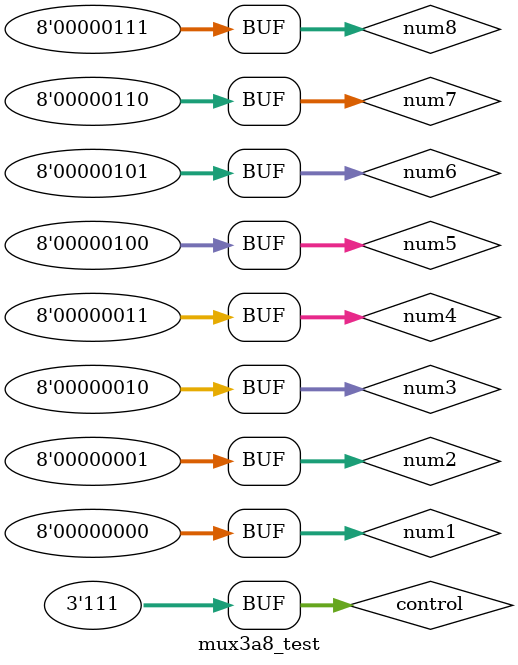
<source format=sv>
module mux3a8_test();
	
	logic[7:0] num1, num2, num3, num4, num5, num6, num7, num8;
	logic[2:0] control;
	logic[7:0] result;
	
	mux4a16 #(8) DUT(num1, num2, num3, num4, num5, num6, num7, num8, control, result);

	
	initial begin 
		num1 = 8'd0;
		num2 = 8'd1;
		num3 = 8'd2;
		num4 = 8'd3;
		num5 = 8'd4;
		num6 = 8'd5;
		num7 = 8'd6;
		num8 = 8'd7;
		
		control = 3'b000;		
		#10;
		
		control = 3'b001;
		#10;
		
		control = 3'b010;
		#10;
		
		control = 3'b011;
		#10;
		
		control = 3'b100;
		#10;
		
		control = 3'b101;
		#10;
		
		control = 3'b110;
		#10;
		
		control = 3'b111;
		#10;
		
	
	end

endmodule 
</source>
